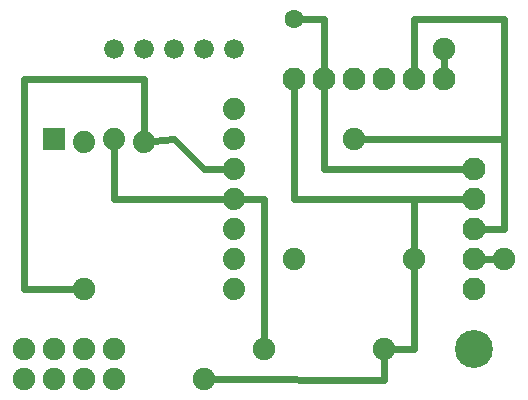
<source format=gtl>
G04 MADE WITH FRITZING*
G04 WWW.FRITZING.ORG*
G04 DOUBLE SIDED*
G04 HOLES PLATED*
G04 CONTOUR ON CENTER OF CONTOUR VECTOR*
%ASAXBY*%
%FSLAX23Y23*%
%MOIN*%
%OFA0B0*%
%SFA1.0B1.0*%
%ADD10C,0.075433*%
%ADD11C,0.075361*%
%ADD12C,0.074000*%
%ADD13C,0.075000*%
%ADD14C,0.062992*%
%ADD15C,0.066000*%
%ADD16C,0.076000*%
%ADD17C,0.126614*%
%ADD18C,0.024000*%
%ADD19R,0.001000X0.001000*%
%LNCOPPER1*%
G90*
G70*
G54D10*
X256Y400D03*
G54D11*
X56Y100D03*
X156Y100D03*
X256Y100D03*
X356Y100D03*
X356Y200D03*
X256Y200D03*
X156Y200D03*
X56Y200D03*
G54D12*
X756Y1000D03*
X756Y900D03*
X756Y800D03*
X756Y700D03*
X756Y600D03*
X756Y500D03*
X756Y400D03*
G54D13*
X956Y500D03*
X1356Y500D03*
G54D14*
X956Y1300D03*
G54D13*
X856Y200D03*
X1256Y200D03*
G54D10*
X1156Y900D03*
G54D15*
X356Y1200D03*
X456Y1200D03*
X556Y1200D03*
X656Y1200D03*
X756Y1200D03*
G54D16*
X956Y1100D03*
X1056Y1100D03*
X1156Y1100D03*
X1256Y1100D03*
X1356Y1100D03*
X1456Y1100D03*
G54D17*
X1556Y200D03*
G54D16*
X1556Y800D03*
X1556Y600D03*
X1556Y500D03*
X1556Y700D03*
X1556Y400D03*
G54D12*
X156Y900D03*
X256Y890D03*
X356Y900D03*
X456Y890D03*
X156Y900D03*
X256Y890D03*
X356Y900D03*
X456Y890D03*
G54D10*
X1456Y1200D03*
X1656Y500D03*
X656Y100D03*
G54D18*
X56Y1100D02*
X456Y1100D01*
D02*
X456Y1100D02*
X456Y921D01*
D02*
X656Y800D02*
X725Y800D01*
D02*
X556Y900D02*
X656Y800D01*
D02*
X356Y869D02*
X356Y700D01*
D02*
X356Y700D02*
X725Y700D01*
D02*
X1656Y600D02*
X1556Y600D01*
D02*
X1656Y900D02*
X1656Y600D01*
D02*
X1056Y1300D02*
X983Y1300D01*
D02*
X1056Y1100D02*
X1056Y1300D01*
D02*
X227Y400D02*
X56Y400D01*
D02*
X56Y400D02*
X56Y1100D01*
D02*
X1656Y900D02*
X1185Y900D01*
D02*
X1356Y1131D02*
X1356Y1300D01*
D02*
X787Y700D02*
X856Y700D01*
D02*
X856Y700D02*
X856Y300D01*
D02*
X1525Y800D02*
X1056Y800D01*
D02*
X1525Y700D02*
X1356Y700D01*
D02*
X1356Y700D02*
X1356Y528D01*
D02*
X1284Y200D02*
X1356Y200D01*
D02*
X956Y1069D02*
X956Y700D01*
D02*
X1056Y800D02*
X1056Y1069D01*
D02*
X1656Y1300D02*
X1656Y900D01*
D02*
X1356Y1300D02*
X1656Y1300D01*
D02*
X956Y700D02*
X1356Y700D01*
D02*
X487Y893D02*
X556Y900D01*
D02*
X856Y300D02*
X856Y228D01*
D02*
X1356Y200D02*
X1356Y471D01*
D02*
X1627Y500D02*
X1587Y500D01*
D02*
X1456Y1171D02*
X1456Y1131D01*
D02*
X685Y100D02*
X1258Y97D01*
D02*
X1258Y97D02*
X1256Y171D01*
G54D19*
X119Y937D02*
X192Y937D01*
X119Y936D02*
X192Y936D01*
X119Y935D02*
X192Y935D01*
X119Y934D02*
X192Y934D01*
X119Y933D02*
X192Y933D01*
X119Y932D02*
X192Y932D01*
X119Y931D02*
X192Y931D01*
X119Y930D02*
X192Y930D01*
X119Y929D02*
X192Y929D01*
X119Y928D02*
X192Y928D01*
X119Y927D02*
X192Y927D01*
X119Y926D02*
X192Y926D01*
X119Y925D02*
X192Y925D01*
X119Y924D02*
X192Y924D01*
X119Y923D02*
X192Y923D01*
X119Y922D02*
X192Y922D01*
X119Y921D02*
X192Y921D01*
X119Y920D02*
X150Y920D01*
X161Y920D02*
X192Y920D01*
X119Y919D02*
X147Y919D01*
X164Y919D02*
X192Y919D01*
X119Y918D02*
X145Y918D01*
X166Y918D02*
X192Y918D01*
X119Y917D02*
X143Y917D01*
X167Y917D02*
X192Y917D01*
X119Y916D02*
X142Y916D01*
X169Y916D02*
X192Y916D01*
X119Y915D02*
X141Y915D01*
X170Y915D02*
X192Y915D01*
X119Y914D02*
X140Y914D01*
X171Y914D02*
X192Y914D01*
X119Y913D02*
X139Y913D01*
X172Y913D02*
X192Y913D01*
X119Y912D02*
X138Y912D01*
X172Y912D02*
X192Y912D01*
X119Y911D02*
X138Y911D01*
X173Y911D02*
X192Y911D01*
X119Y910D02*
X137Y910D01*
X174Y910D02*
X192Y910D01*
X119Y909D02*
X137Y909D01*
X174Y909D02*
X192Y909D01*
X119Y908D02*
X136Y908D01*
X174Y908D02*
X192Y908D01*
X119Y907D02*
X136Y907D01*
X175Y907D02*
X192Y907D01*
X119Y906D02*
X136Y906D01*
X175Y906D02*
X192Y906D01*
X119Y905D02*
X135Y905D01*
X175Y905D02*
X192Y905D01*
X119Y904D02*
X135Y904D01*
X176Y904D02*
X192Y904D01*
X119Y903D02*
X135Y903D01*
X176Y903D02*
X192Y903D01*
X119Y902D02*
X135Y902D01*
X176Y902D02*
X192Y902D01*
X119Y901D02*
X135Y901D01*
X176Y901D02*
X192Y901D01*
X119Y900D02*
X135Y900D01*
X176Y900D02*
X192Y900D01*
X119Y899D02*
X135Y899D01*
X176Y899D02*
X192Y899D01*
X119Y898D02*
X135Y898D01*
X176Y898D02*
X192Y898D01*
X119Y897D02*
X135Y897D01*
X175Y897D02*
X192Y897D01*
X119Y896D02*
X136Y896D01*
X175Y896D02*
X192Y896D01*
X119Y895D02*
X136Y895D01*
X175Y895D02*
X192Y895D01*
X119Y894D02*
X136Y894D01*
X175Y894D02*
X192Y894D01*
X119Y893D02*
X136Y893D01*
X174Y893D02*
X192Y893D01*
X119Y892D02*
X137Y892D01*
X174Y892D02*
X192Y892D01*
X119Y891D02*
X138Y891D01*
X173Y891D02*
X192Y891D01*
X119Y890D02*
X138Y890D01*
X173Y890D02*
X192Y890D01*
X119Y889D02*
X139Y889D01*
X172Y889D02*
X192Y889D01*
X119Y888D02*
X140Y888D01*
X171Y888D02*
X192Y888D01*
X119Y887D02*
X140Y887D01*
X170Y887D02*
X192Y887D01*
X119Y886D02*
X142Y886D01*
X169Y886D02*
X192Y886D01*
X119Y885D02*
X143Y885D01*
X168Y885D02*
X192Y885D01*
X119Y884D02*
X144Y884D01*
X167Y884D02*
X192Y884D01*
X119Y883D02*
X146Y883D01*
X165Y883D02*
X192Y883D01*
X119Y882D02*
X148Y882D01*
X162Y882D02*
X192Y882D01*
X119Y881D02*
X153Y881D01*
X158Y881D02*
X192Y881D01*
X119Y880D02*
X192Y880D01*
X119Y879D02*
X192Y879D01*
X119Y878D02*
X192Y878D01*
X119Y877D02*
X192Y877D01*
X119Y876D02*
X192Y876D01*
X119Y875D02*
X192Y875D01*
X119Y874D02*
X192Y874D01*
X119Y873D02*
X192Y873D01*
X119Y872D02*
X192Y872D01*
X119Y871D02*
X192Y871D01*
X119Y870D02*
X192Y870D01*
X119Y869D02*
X192Y869D01*
X119Y868D02*
X192Y868D01*
X119Y867D02*
X192Y867D01*
X119Y866D02*
X192Y866D01*
X119Y865D02*
X192Y865D01*
X119Y864D02*
X192Y864D01*
D02*
G04 End of Copper1*
M02*
</source>
